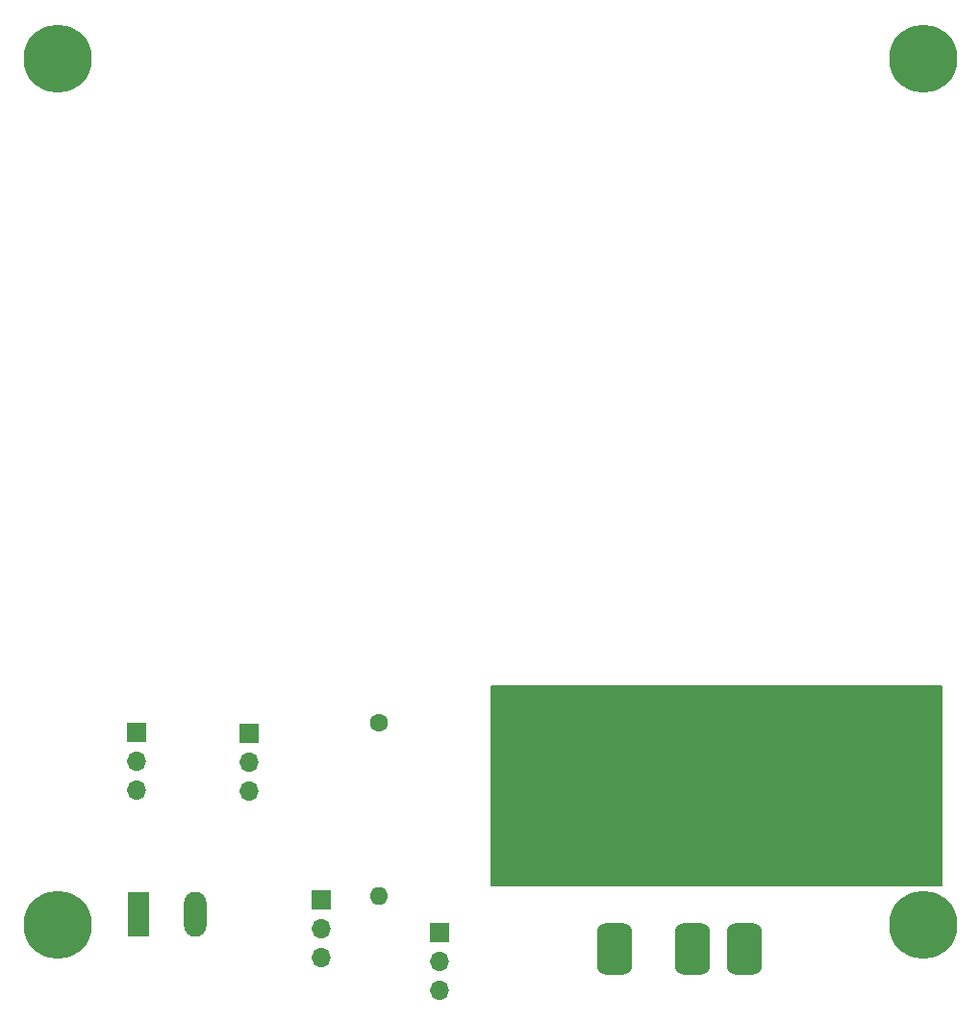
<source format=gbr>
%TF.GenerationSoftware,KiCad,Pcbnew,(6.0.0)*%
%TF.CreationDate,2022-09-01T11:05:02-05:00*%
%TF.ProjectId,SAQ-HV,5341512d-4856-42e6-9b69-6361645f7063,rev?*%
%TF.SameCoordinates,Original*%
%TF.FileFunction,Soldermask,Top*%
%TF.FilePolarity,Negative*%
%FSLAX46Y46*%
G04 Gerber Fmt 4.6, Leading zero omitted, Abs format (unit mm)*
G04 Created by KiCad (PCBNEW (6.0.0)) date 2022-09-01 11:05:02*
%MOMM*%
%LPD*%
G01*
G04 APERTURE LIST*
G04 Aperture macros list*
%AMRoundRect*
0 Rectangle with rounded corners*
0 $1 Rounding radius*
0 $2 $3 $4 $5 $6 $7 $8 $9 X,Y pos of 4 corners*
0 Add a 4 corners polygon primitive as box body*
4,1,4,$2,$3,$4,$5,$6,$7,$8,$9,$2,$3,0*
0 Add four circle primitives for the rounded corners*
1,1,$1+$1,$2,$3*
1,1,$1+$1,$4,$5*
1,1,$1+$1,$6,$7*
1,1,$1+$1,$8,$9*
0 Add four rect primitives between the rounded corners*
20,1,$1+$1,$2,$3,$4,$5,0*
20,1,$1+$1,$4,$5,$6,$7,0*
20,1,$1+$1,$6,$7,$8,$9,0*
20,1,$1+$1,$8,$9,$2,$3,0*%
G04 Aperture macros list end*
%ADD10C,0.150000*%
%ADD11C,6.000000*%
%ADD12R,3.000000X3.000000*%
%ADD13C,3.000000*%
%ADD14R,1.700000X1.700000*%
%ADD15O,1.700000X1.700000*%
%ADD16C,1.600000*%
%ADD17O,1.600000X1.600000*%
%ADD18RoundRect,0.762000X0.762000X1.524000X-0.762000X1.524000X-0.762000X-1.524000X0.762000X-1.524000X0*%
%ADD19R,1.980000X3.960000*%
%ADD20O,1.980000X3.960000*%
G04 APERTURE END LIST*
D10*
X47752000Y-64770000D02*
X87376000Y-64770000D01*
X87376000Y-64770000D02*
X87376000Y-82296000D01*
X87376000Y-82296000D02*
X47752000Y-82296000D01*
X47752000Y-82296000D02*
X47752000Y-64770000D01*
G36*
X47752000Y-64770000D02*
G01*
X87376000Y-64770000D01*
X87376000Y-82296000D01*
X47752000Y-82296000D01*
X47752000Y-64770000D01*
G37*
D11*
%TO.C,H4*%
X9525000Y-85725000D03*
%TD*%
D12*
%TO.C,J4*%
X80264000Y-70739000D03*
D13*
X80264000Y-75819000D03*
%TD*%
D14*
%TO.C,J2*%
X32766000Y-83566000D03*
D15*
X32766000Y-86106000D03*
X32766000Y-88646000D03*
%TD*%
D16*
%TO.C,R1*%
X37846000Y-67945000D03*
D17*
X37846000Y-83185000D03*
%TD*%
D11*
%TO.C,H2*%
X85725000Y-85725000D03*
%TD*%
D18*
%TO.C,HV1*%
X69977000Y-87884000D03*
X65405000Y-87884000D03*
X68707000Y-70866000D03*
X58547000Y-70866000D03*
X58547000Y-87884000D03*
%TD*%
D14*
%TO.C,J3*%
X26416000Y-68849000D03*
D15*
X26416000Y-71389000D03*
X26416000Y-73929000D03*
%TD*%
D14*
%TO.C,J5*%
X43180000Y-86375000D03*
D15*
X43180000Y-88915000D03*
X43180000Y-91455000D03*
%TD*%
D14*
%TO.C,J1*%
X16510000Y-68834000D03*
D15*
X16510000Y-71374000D03*
X16510000Y-73914000D03*
%TD*%
D19*
%TO.C,BT1*%
X16637000Y-84836000D03*
D20*
X21637000Y-84836000D03*
%TD*%
D11*
%TO.C,H3*%
X9525000Y-9525000D03*
%TD*%
%TO.C,H1*%
X85725000Y-9525000D03*
%TD*%
M02*

</source>
